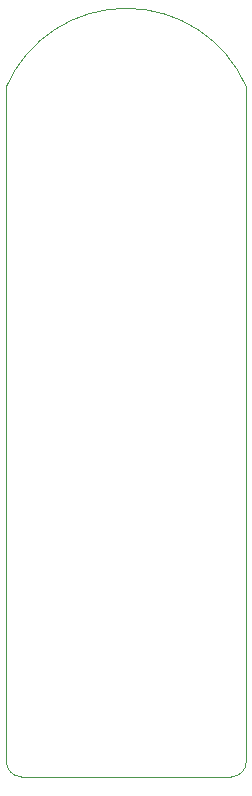
<source format=gm1>
%TF.GenerationSoftware,KiCad,Pcbnew,(5.1.9)-1*%
%TF.CreationDate,2021-02-16T22:08:35+08:00*%
%TF.ProjectId,SmartWatchRedux,536d6172-7457-4617-9463-685265647578,rev?*%
%TF.SameCoordinates,Original*%
%TF.FileFunction,Profile,NP*%
%FSLAX46Y46*%
G04 Gerber Fmt 4.6, Leading zero omitted, Abs format (unit mm)*
G04 Created by KiCad (PCBNEW (5.1.9)-1) date 2021-02-16 22:08:35*
%MOMM*%
%LPD*%
G01*
G04 APERTURE LIST*
%TA.AperFunction,Profile*%
%ADD10C,0.050000*%
%TD*%
G04 APERTURE END LIST*
D10*
X106680001Y-39370000D02*
G75*
G02*
X126999999Y-39370001I10159999J-4445000D01*
G01*
X106680000Y-39370000D02*
X106680000Y-49530000D01*
X127000000Y-49530000D02*
X127000000Y-39370000D01*
X125730000Y-97790000D02*
X107950000Y-97790000D01*
X127000000Y-96520000D02*
G75*
G02*
X125730000Y-97790000I-1270000J0D01*
G01*
X107950000Y-97790000D02*
G75*
G02*
X106680000Y-96520000I0J1270000D01*
G01*
X106680000Y-96520000D02*
X106680000Y-49530000D01*
X127000000Y-96520000D02*
X127000000Y-49530000D01*
M02*

</source>
